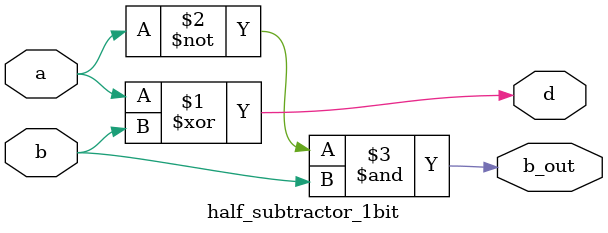
<source format=v>
`timescale 1ns / 1ps


module half_subtractor_1bit( //¸ðµâ ¼±¾ð
    a, b,
    d, b_out
    );

input a, b;
output d, b_out;

xor(d, a, b); // a¿Í bÀÇ xor ¿¬»ê°ªÀ» d¿¡ ÀúÀå
and(b_out, ~a, b); // (~a)¿Í bÀÇ and ¿¬»ê°ªÀ» b_out¿¡ ÀúÀå

endmodule

</source>
